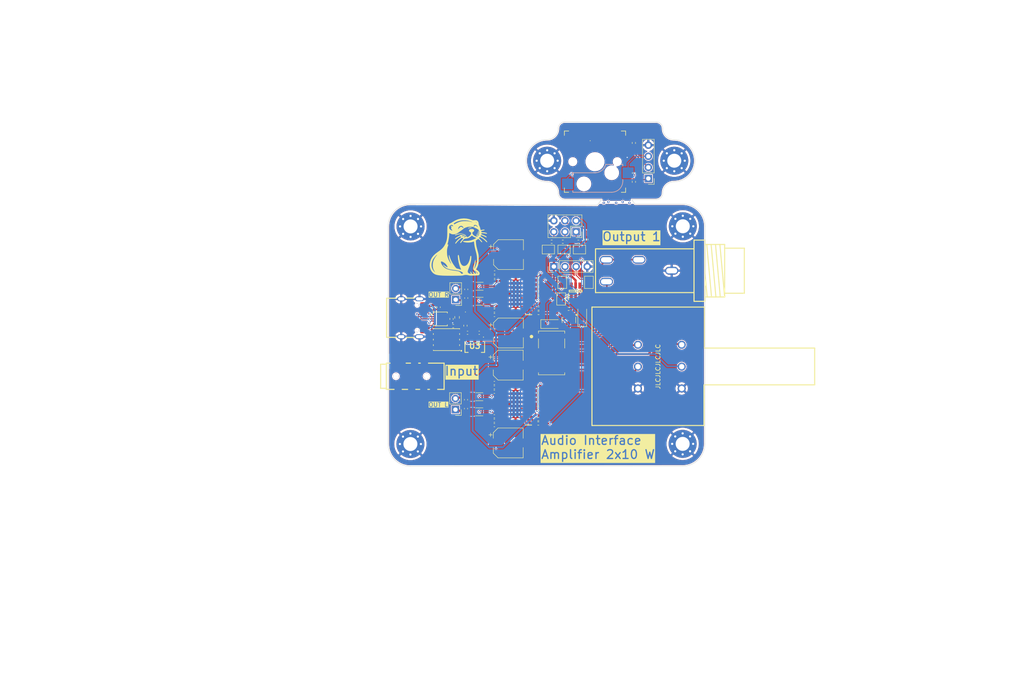
<source format=kicad_pcb>
(kicad_pcb (version 20240108) (generator "pcbnew") (generator_version "8.0")
  (title_block (title "PCB Document") (date "2024-04-13") (rev "1.1") (company "${COMPANY}"))
  (layers (0 "F.Cu" signal "L1 (Sig, PWR)") (31 "B.Cu" signal "L2 (Sig, PWR)") (34 "B.Paste" user) (35 "F.Paste" user) (36 "B.SilkS" user "B.Silkscreen") (37 "F.SilkS" user "F.Silkscreen") (38 "B.Mask" user) (39 "F.Mask" user) (44 "Edge.Cuts" user))
  (property "BOARD_NAME" "Audio Interface")
  (property "COMPANY" "")
  (property "DESIGNER" "LE NINIVEN Thomas")
  (property "PROJECT_NAME" "Audio Interface")
  (property "RELEASE_DATE" "")
  (property "REVIEWER" "")
  (property "REVISION" "1")
  (property "VARIANT" "Draft")
  (net 0 "")
  (net 1 "GND")
  (net 2 "Net-(D1-A)")
  (net 3 "+5V")
  (net 4 "Net-(D2-A)")
  (net 5 "Net-(D3-A)")
  (net 6 "Net-(J3-Pad2)")
  (net 7 "Net-(J3-Pad3)")
  (net 8 "Net-(J4-Pad5)")
  (net 9 "Net-(J4-Pad3)")
  (net 10 "Net-(J8-Pin_3)")
  (net 11 "Net-(JP1-B)")
  (net 12 "/Project Architecture/Output Selector/MISO")
  (net 13 "Net-(D4-A)")
  (net 14 "GND1")
  (net 15 "/Project Architecture/Output Selector/SCK")
  (net 16 "Net-(JP4-A)")
  (net 17 "Net-(JP5-A)")
  (net 18 "Net-(JP6-A)")
  (net 19 "/Project Architecture/Output Selector/SS")
  (net 20 "/Project Architecture/Amplifier/~{AmpSD}")
  (net 21 "/Project Architecture/Amplifier/From_Selector_L")
  (net 22 "VCC")
  (net 23 "Net-(J1-VBUS)")
  (net 24 "Net-(Q1-G)")
  (net 25 "Net-(Q2-B)")
  (net 26 "Net-(R6-Pad2)")
  (net 27 "/Project Architecture/Amplifier/From_Selector_R")
  (net 28 "Net-(C20-Pad1)")
  (net 29 "Net-(C8-Pad1)")
  (net 30 "Net-(U4-OUTP_1)")
  (net 31 "Net-(U4-BSP_1)")
  (net 32 "Net-(U4-GVDD)")
  (net 33 "Net-(U4-FAULT)")
  (net 34 "Net-(U4-AVCC_2)")
  (net 35 "Net-(U4-BSN_1)")
  (net 36 "Net-(U4-INN)")
  (net 37 "Net-(U4-AVCC_1)")
  (net 38 "Net-(U4-OUTN_1)")
  (net 39 "Net-(U4-INP)")
  (net 40 "Net-(U5-BSP_1)")
  (net 41 "Net-(U5-BSN_1)")
  (net 42 "Net-(U5-FAULT)")
  (net 43 "Net-(U5-AVCC_2)")
  (net 44 "Net-(U5-OUTN_1)")
  (net 45 "Net-(U5-OUTP_1)")
  (net 46 "Net-(U5-INN)")
  (net 47 "Net-(U5-GVDD)")
  (net 48 "Net-(U5-INP)")
  (net 49 "Net-(U5-AVCC_1)")
  (net 50 "Net-(U1-VIN)")
  (net 51 "Net-(J5-Pin_1)")
  (net 52 "Net-(J5-Pin_2)")
  (net 53 "Net-(J6-Pin_1)")
  (net 54 "Net-(J6-Pin_2)")
  (net 55 "Net-(U1-D-)")
  (net 56 "Net-(J1-CC1)")
  (net 59 "Net-(U1-D+)")
  (net 60 "Net-(J1-CC2)")
  (net 61 "Net-(J2-SCK)")
  (net 62 "Net-(J2-MOSI)")
  (net 63 "Net-(J2-MISO)")
  (net 64 "Net-(J2-~{RST})")
  (net 65 "Net-(U1-GATE)")
  (net 66 "Net-(U1-ISET)")
  (net 70 "Net-(J7-Pin_2)")
  (net 71 "Net-(J7-Pin_3)")
  (net 72 "Net-(J8-Pin_2)")
  (net 73 "+5C")
  (footprint "Capacitor_SMD:C_0402_1005Metric" (layer "F.Cu") (at 137.727 95.123 180)
    (property "Reference" "C22" (hide yes))
    (property "Value" "1µ" (hide yes))
  )
  (footprint "0__:RELAY_IM03DGR" (layer "F.Cu") (at 140.716 108.712 -90)
    (property "Reference" "K1" (hide yes))
    (property "Value" "IM03DGR" (hide yes))
  )
  (footprint "Capacitor_SMD:CP_Elec_6.3x7.7" (layer "F.Cu") (at 130.869 86.233)
    (property "Reference" "C29" (hide yes))
    (property "Value" "100µ" (hide yes))
  )
  (footprint "Capacitor_SMD:CP_Elec_6.3x7.7" (layer "F.Cu") (at 130.852 104.149798)
    (property "Reference" "C26" (hide yes))
    (property "Value" "100µ" (hide yes))
  )
  (footprint "Resistor_SMD:R_0402_1005Metric" (layer "F.Cu") (at 137.727 98.552 180)
    (property "Reference" "R20" (hide yes))
    (property "Value" "100k" (hide yes))
  )
  (footprint "Capacitor_SMD:C_0402_1005Metric" (layer "F.Cu") (at 121.158 119.408 -90)
    (property "Reference" "C19" (hide yes))
    (property "Value" "1n" (hide yes))
  )
  (footprint "0__:Kailh_socket_MX" (layer "F.Cu") (at 150.631 64.986 180)
    (property "Reference" "S1" (hide yes))
    (property "Value" "PG151101S11" (hide yes))
  )
  (footprint "Capacitor_SMD:C_0402_1005Metric" (layer "F.Cu") (at 137.64 119.38 180)
    (property "Reference" "C6" (hide yes))
    (property "Value" "1µ" (hide yes))
  )
  (footprint "Resistor_SMD:R_0402_1005Metric" (layer "F.Cu") (at 146.827 83.292)
    (property "Reference" "R9" (hide yes))
    (property "Value" "2.2k" (hide yes))
  )
  (footprint "MountingHole:MountingHole_3.2mm_M3_Pad_Via" (layer "F.Cu") (at 108.458 129.54)
    (property "Reference" "H2" (hide yes))
    (property "Value" "MountingHole_Pad" (hide yes))
  )
  (footprint "Resistor_SMD:R_0402_1005Metric" (layer "F.Cu") (at 137.67 123.825 180)
    (property "Reference" "R15" (hide yes))
    (property "Value" "100k" (hide yes))
  )
  (footprint "Package_TO_SOT_SMD:SOT-23" (layer "F.Cu") (at 144.6715 101.1705 -90)
    (property "Reference" "Q2" (hide yes))
    (property "Value" "BC817" (hide yes))
  )
  (footprint "Capacitor_SMD:C_0402_1005Metric" (layer "F.Cu") (at 121.217 94.1832 -90)
    (property "Reference" "C33" (hide yes))
    (property "Value" "1n" (hide yes))
  )
  (footprint "Resistor_SMD:R_0402_1005Metric" (layer "F.Cu") (at 137.64 116.332)
    (property "Reference" "R13" (hide yes))
    (property "Value" "100k" (hide yes))
  )
  (footprint "0__:AUDIO-TH_PJ-603" (layer "F.Cu") (at 160.698 89.916 180)
    (property "Reference" "J4" (hide yes))
    (property "Value" "PJ-603" (hide yes))
  )
  (footprint "MountingHole:MountingHole_3.2mm_M3_Pad_Via" (layer "F.Cu") (at 139.7 64.77 90)
    (property "Reference" "H5" (hide yes))
    (property "Value" "MountingHole_Pad" (hide yes))
  )
  (footprint "LED_SMD:LED_0402_1005Metric" (layer "F.Cu") (at 121.027 100.4455 -90)
    (property "Reference" "D1" (hide yes))
    (property "Value" "SML-P11UTT86R" (hide yes))
  )
  (footprint "Resistor_SMD:R_0603_1608Metric" (layer "F.Cu") (at 119.122 100.584 90)
    (property "Reference" "R2" (hide yes))
    (property "Value" "5.1k" (hide yes))
  )
  (footprint "Diode_SMD:D_SOD-123" (layer "F.Cu") (at 147.7195 100.33 90)
    (property "Reference" "D4" (hide yes))
    (property "Value" "1N4148" (hide yes))
  )
  (footprint "Capacitor_SMD:C_0402_1005Metric" (layer "F.Cu") (at 127.635 115.57)
    (property "Reference" "C12" (hide yes))
    (property "Value" "1n" (hide yes))
  )
  (footprint "0__:DFN-8_L6.0-W5.0-P1.27-LS6.2-BL" (layer "F.Cu") (at 116.586 105.664 90)
    (property "Reference" "Q1" (hide yes))
    (property "Value" "AONS21321" (hide yes))
  )
  (footprint "Resistor_SMD:R_0402_1005Metric" (layer "F.Cu") (at 137.668 124.841)
    (property "Reference" "R16" (hide yes))
    (property "Value" "1k" (hide yes))
  )
  (footprint "Capacitor_SMD:C_0402_1005Metric" (layer "F.Cu") (at 127.654 99.034596)
    (property "Reference" "C28" (hide yes))
    (property "Value" "1n" (hide yes))
  )
  (footprint "Resistor_SMD:R_0402_1005Metric" (layer "F.Cu") (at 137.727 91.059)
    (property "Reference" "R19" (hide yes))
    (property "Value" "100k" (hide yes))
  )
  (footprint "Capacitor_SMD:C_0402_1005Metric" (layer "F.Cu") (at 137.64 118.364)
    (property "Reference" "C9" (hide yes))
    (property "Value" "1µ" (hide yes))
  )
  (footprint "Resistor_SMD:R_0402_1005Metric" (layer "F.Cu") (at 137.727 96.148798)
    (property "Reference" "R18" (hide yes))
    (property "Value" "10" (hide yes))
  )
  (footprint "Capacitor_SMD:C_0402_1005Metric" (layer "F.Cu") (at 127.635 116.586)
    (property "Reference" "C11" (hide yes))
    (property "Value" "100n" (hide yes))
  )
  (footprint "Jumper:SolderJumper-2_P1.3mm_Open_TrianglePad1.0x1.5mm" (layer "F.Cu") (at 139.969 85.07)
    (property "Reference" "JP6" (hide yes))
    (property "Value" "SolderJumper_2_Open" (hide yes))
  )
  (footprint "Connector_PinHeader_2.54mm:PinHeader_1x04_P2.54mm_Vertical" (layer "F.Cu") (at 141.234 88.9585 90)
    (property "Reference" "J7" (hide yes))
    (property "Value" "ToFront" (hide yes))
  )
  (footprint "Capacitor_SMD:C_0402_1005Metric" (layer "F.Cu") (at 137.668 120.396 180)
    (property "Reference" "C7" (hide yes))
    (property "Value" "1µ" (hide yes))
  )
  (footprint "Capacitor_SMD:C_0402_1005Metric" (layer "F.Cu") (at 114.931 98.2635 -90)
    (property "Reference" "C1" (hide yes))
    (property "Value" "1µ" (hide yes))
  )
  (footprint "0__:SOT95P270X145-6N" (layer "F.Cu") (at 146.1955 94.5665 90)
    (property "Reference" "U2" (hide yes))
    (property "Value" "ATTINY9-TS8R" (hide yes))
  )
  (footprint "Resistor_SMD:R_0402_1005Metric" (layer "F.Cu") (at 159.512 60.706 90)
    (property "Reference" "R8" (hide yes))
    (property "Value" "150" (hide yes))
  )
  (footprint "Capacitor_SMD:C_0402_1005Metric" (layer "F.Cu") (at 159.512 67.592 -90)
    (property "Reference" "C2" (hide yes))
    (property "Value" "100n" (hide yes))
  )
  (footprint "Capacitor_SMD:C_0402_1005Metric" (layer "F.Cu") (at 127.654 98.044 180)
    (property "Reference" "C24" (hide yes))
    (property "Value" "100n" (hide yes))
  )
  (footprint "LED_SMD:LED_0402_1005Metric" (layer "F.Cu") (at 150.622 60.198)
    (property "Reference" "D3" (hide yes))
    (property "Value" "SML-P11MTT86RH" (hide yes))
  )
  (footprint "Resistor_SMD:R_0402_1005Metric" (layer "F.Cu") (at 137.666 121.412)
    (property "Reference" "R14" (hide yes))
    (property "Value" "10" (hide yes))
  )
  (footprint "Diode_SMD:D_SOD-123" (layer "F.Cu") (at 140.6075 102.108)
    (property "Reference" "D2" (hide yes))
    (property "Value" "1N4148" (hide yes))
  )
  (footprint "Capacitor_SMD:C_0402_1005Metric" (layer "F.Cu") (at 137.727 92.075 180)
    (property "Reference" "C20" (hide yes))
    (property "Value" "1µ" (hide yes))
  )
  (footprint "Inductor_SMD:L_1206_3216Metric" (layer "F.Cu") (at 124.206 122.174 180)
    (property "Reference" "FB1" (hide yes))
    (property "Value" "FBMJ3216HS800-TV" (hide yes))
  )
  (footprint "Capacitor_SMD:CP_Elec_6.3x7.7" (layer "F.Cu") (at 130.81 129.286)
    (property "Reference" "C10" (hide yes))
    (property "Value" "100µ" (hide yes))
  )
  (footprint "Capacitor_SMD:C_0402_1005Metric" (layer "F.Cu") (at 124.182 104.1055)
    (property "Reference" "C5" (hide yes))
    (property "Value" "100n" (hide yes))
  )
  (footprint "Connector_PinSocket_2.54mm:PinSocket_2x03_P2.54mm_Vertical" (layer "F.Cu") (at 146.304 81.026 -90)
    (property "Reference" "J2" (hide yes))
    (property "Value" "AVR-ISP-6" (hide yes))
  )
  (footprint "Capacitor_SMD:C_0402_1005Metric" (layer "F.Cu") (at 121.158 121.44 -90)
    (property "Reference" "C18" (hide yes))
    (property "Value" "1n" (hide yes))
  )
  (footprint "MountingHole:MountingHole_3.2mm_M3_Pad_Via" (layer "F.Cu") (at 168.736944 64.77 90)
    (property "Reference" "H6" (hide yes))
    (property "Value" "MountingHole_Pad" (hide yes))
  )
  (footprint "0__:SOP65P640X120-29N" (layer "F.Cu") (at 132.52 95.173798 180)
    (property "Reference" "U5" (hide yes))
    (property "Value" "TPA3111D1QPWPRQ1" (hide yes))
  )
  (footprint "Inductor_SMD:L_1206_3216Metric" (layer "F.Cu") (at 124.265 93.472)
    (property "Reference" "FB4" (hide yes))
    (property "Value" "FBMJ3216HS800-TV" (hide yes))
  )
  (footprint "Inductor_SMD:L_1206_3216Metric" (layer "F.Cu") (at 124.206 118.724)
    (property "Reference" "FB2" (hide yes))
    (property "Value" "FBMJ3216HS800-TV" (hide yes))
  )
  (footprint "MountingHole:MountingHole_3.2mm_M3_Pad_Via" (layer "F.Cu") (at 170.688 79.756002)
    (property "Reference" "H4" (hide yes))
    (property "Value" "MountingHole_Pad" (hide yes))
  )
  (footprint "Connector_PinHeader_2.54mm:PinHeader_1x02_P2.54mm_Vertical" (layer "F.Cu") (at 118.804 96.525 180)
    (property "Reference" "J6" (hide yes))
    (property "Value" "Speaker ouput R" (hide yes))
  )
  (footprint "Connector_PinHeader_2.54mm:PinHeader_1x02_P2.54mm_Vertical" (layer "F.Cu") (at 118.745 121.671 180)
    (property "Reference" "J5" (hide yes))
    (property "Value" "Speaker ouput L" (hide yes))
  )
  (footprint "Jumper:SolderJumper-2_P1.3mm_Open_TrianglePad1.0x1.5mm" (layer "F.Cu") (at 149.2435 92.5715 -90)
    (property "Reference" "JP1" (hide yes))
    (property "Value" "SolderJumper_2_Open" (hide yes))
  )
  (footprint "Jumper:SolderJumper-2_P1.3mm_Open_TrianglePad1.0x1.5mm" (layer "F.Cu") (at 143.1475 92.5715 90)
    (property "Reference" "JP3" (hide yes))
    (property "Value" "SolderJumper_2_Open" (hide yes))
  )
  (footprint "Resistor_SMD:R_0402_1005Metric" (layer "F.Cu") (at 113.915 98.2635 -90)
    (property "Reference" "R1" (hide yes))
    (property "Value" "10" (hide yes))
  )
  (footprint "Jumper:SolderJumper-2_P1.3mm_Open_TrianglePad1.0x1.5mm" (layer "F.Cu") (at 147.081 85.07 180)
    (property "Reference" "JP4" (hide yes))
    (property "Value" "SolderJumper_2_Open" (hide yes))
  )
  (footprint "Capacitor_SMD:C_0402_1005Metric" (layer "F.Cu") (at 127.635 125.222)
    (property "Reference" "C14" (hide yes))
    (property "Value" "100n" (hide yes))
  )
  (footprint "Inductor_SMD:L_1206_3216Metric" (layer "F.Cu") (at 124.265 96.901 180)
    (property "Reference" "FB3" (hide yes))
    (property "Value" "FBMJ3216HS800-TV" (hide yes))
  )
  (footprint "Capacitor_SMD:CP_Elec_6.3x7.7" (layer "F.Cu") (at 130.81 111.506)
    (property "Reference" "C13" (hide yes))
    (property "Value" "100µ" (hide yes))
  )
  (footprint "0__:SOP65P640X120-29N" (layer "F.Cu") (at 132.478 120.396 180)
    (property "Reference" "U4" (hide yes))
    (property "Value" "TPA3111D1QPWPRQ1" (hide yes))
  )
  (footprint "Capacitor_SMD:C_0402_1005Metric" (layer "F.Cu") (at 137.64 117.348 180)
    (property "Reference" "C8" (hide yes))
    (property "Value" "1µ" (hide yes))
  )
  (footprint "Capacitor_SMD:C_0402_1005Metric" (layer "F.Cu") (at 127.694 90.297)
    (property "Reference" "C31" (hide yes))
    (property "Value" "1n" (hide yes))
  )
  (footprint "Jumper:SolderJumper-2_P1.3mm_Open_TrianglePad1.0x1.5mm" (layer "F.Cu") (at 142.8935 96.3815 -90)
    (property "Reference" "JP2" (hide yes))
    (property "Value" "SolderJumper_2_Open" (hide yes))
  )
  (footprint "Resistor_SMD:R_0402_1005Metric" (layer "F.Cu") (at 148.642 82.786 -90)
    (property "Reference" "R10" (hide yes))
    (property "Value" "2.2k" (hide yes))
  )
  (footprint "Resistor_SMD:R_0402_1005Metric" (layer "F.Cu") (at 121.027 102.4775 90)
    (property "Reference" "R5" (hide yes))
    (property "Value" "18k" (hide yes))
  )
  (footprint "Resistor_SMD:R_0402_1005Metric" (layer "F.Cu") (at 144.6055 98.6305)
    (property "Reference" "R7" (hide yes))
    (property "Value" "330" (hide yes))
  )
  (footprint "Capacitor_SMD:C_0402_1005Metric" (layer "F.Cu") (at 127.635 117.602 180)
    (property "Reference" "C16" (hide yes))
    (property "Value" "100n" (hide yes))
  )
  (footprint "Resistor_SMD:R_0402_1005Metric" (layer "F.Cu") (at 118.233 102.5815)
    (property "Reference" "R3" (hide yes))
    (property "Value" "49.9k" (hide yes))
  )
  (footprint "Connector_PinHeader_2.54mm:PinHeader_1x04_P2.54mm_Vertical" (layer "F.Cu") (at 162.814 68.834 180)
    (property "Reference" "J8" (hide yes))
    (property "Value" "FromMotherboard" (hide yes))
  )
  (footprint "Capacitor_SMD:C_0402_1005Metric" (layer "F.Cu") (at 121.217 96.1644 -90)
    (property "Reference" "C32" (hide yes))
    (property "Value" "1n" (hide yes))
  )
  (footprint "Capacitor_SMD:C_0402_1005Metric" (layer "F.Cu") (at 127.654 100.050596)
    (property "Reference" "C27" (hide yes))
    (property "Value" "100n" (hide yes))
  )
  (footprint "Capacitor_SMD:C_0402_1005Metric" (layer "F.Cu") (at 121.507 104.1055 180)
    (property "Reference" "C4" (hide yes))
    (property "Value" "330n" (hide yes))
  )
  (footprint "0__:AUDIO-TH_PJ-393-8A" (layer "F.Cu") (at 109.256 114.046 90)
    (property "Reference" "J3" (hide yes))
    (property "Value" "PJ-393-8P" (hide yes))
  )
  (footprint "MountingHole:MountingHole_3.2mm_M3_Pad_Via" (layer "F.Cu") (at 170.651896 129.503896)
    (property "Reference" "H3" (hide yes))
    (property "Value" "MountingHole_Pad" (hide yes))
  )
  (footprint "Capacitor_SMD:C_0402_1005Metric" (layer "F.Cu") (at 127.635 123.19 180)
    (property "Reference" "C17" (hide yes))
    (property "Value" "100n" (hide yes))
  )
  (footprint "Jumper:SolderJumper-2_P1.3mm_Open_TrianglePad1.0x1.5mm" (layer "F.Cu") (at 143.562 85.07)
    (property "Reference" "JP5" (hide yes))
    (property "Value" "SolderJumper_2_Open" (hide yes))
  )
  (footprint "Capacitor_SMD:C_0402_1005Metric" (layer "F.Cu") (at 127.694 92.329 180)
    (property "Reference" "C25" (hide yes))
    (property "Value" "100n" (hide yes))
  )
  (footprint "Resistor_SMD:R_0402_1005Metric" (layer "F.Cu") (at 137.727 99.568)
    (property "Reference" "R17" (hide yes))
    (property "Value" "1k" (hide yes))
  )
  (footprint "Capacitor_SMD:C_0402_1005Metric" (layer "F.Cu") (at 127.635 124.206)
    (property "Reference" "C15" (hide yes))
    (property "Value" "1n" (hide yes))
  )
  (footprint "Resistor_SMD:R_0402_1005Metric" (layer "F.Cu") (at 143.271 83.292 180)
    (property "Reference" "R11" (hide yes))
    (property "Value" "2.2k" (hide yes))
  )
  (footprint "LOGO" (layer "F.Cu") (at 119.38 84.582)
    (property "Reference" "G***" (hide yes))
    (property "Value" "LOGO" (hide yes))
  )
  (footprint "Capacitor_SMD:C_0402_1005Metric" (layer "F.Cu") (at 137.727 93.091)
    (property "Reference" "C21" (hide yes))
    (property "Value" "1µ" (hide yes))
  )
  (footprint "MountingHole:MountingHole_3.2mm_M3_Pad_Via" (layer "F.Cu") (at 108.494104 79.792106)
    (property "Reference" "H1" (hide yes))
    (property "Value" "MountingHole_Pad" (hide yes))
  )
  (footprint "0__:DFN-10_L3.0-W3.0-P0.50-BL-EP2.5" (layer "F.Cu") (at 115.312 100.9305 -90)
    (property "Reference" "U1" (hide yes))
    (property "Value" "HUSB238_002DD" (hide yes))
  )
  (footprint "Resistor_SMD:R_0402_1005Metric" (layer "F.Cu") (at 159.512 69.594 -90)
    (property "Reference" "R6" (hide yes))
    (property "Value" "470k" (hide yes))
  )
  (footprint "Capacitor_SMD:C_0402_1005Metric" (layer "F.Cu") (at 137.727 94.107 180)
    (property "Reference" "C23" (hide yes))
    (property "Value" "1µ" (hide yes))
  )
  (footprint "Resistor_SMD:R_0402_1005Metric" (layer "F.Cu") (at 117.852 100.9405 -90)
    (property "Reference" "R4" (hide yes))
    (property "Value" "4.53k" (hide yes))
  )
  (footprint "0__:RES-ADJ-TH_RK27112A0A16" (layer "F.Cu") (at 165.434 111.84)
    (property "Reference" "Pt1" (hide yes))
    (property "Value" "RK27112A0A16" (hide yes))
  )
  (footprint "0__:TYPE-C-SMD_20009-UCAF001-X" (layer "F.Cu") (at 108.9275 100.6765 -90)
    (property "Reference" "J1" (hide yes))
    (property "Value" "TYPE-C 16PIN L8.35" (hide yes))
  )
  (footprint "Resistor_SMD:R_0402_1005Metric" (layer "F.Cu") (at 140.731 83.292 180)
    (property "Reference" "R12" (hide yes))
    (property "Value" "2.2k" (hide yes))
  )
  (footprint "0__:L78L05ABUTR" (layer "F.Cu") (at 123.162 107.3735 180)
    (property "Reference" "U3")
    (property "Value" "L78L05ABUTR" (hide yes))
  )
  (footprint "Capacitor_SMD:C_0402_1005Metric" (layer "F.Cu") (at 127.694 91.313)
    (property "Reference" "C30" (hide yes))
    (property "Value" "100n" (hide yes))
  )
  (gr_line (start 152.146 73.66) (end 151.13 74.93) (stroke (width 0.1)) (layer "Edge.Cuts"))
  (gr_arc (start 168.656 59.962051) (mid 173.463949 64.77) (end 168.656 69.577949) (stroke (width 0.1)) (layer "Edge.Cuts"))
  (gr_line (start 159.766 74.676) (end 170.688 74.676) (stroke (width 0.1)) (layer "Edge.Cuts"))
  (gr_line (start 175.768 79.756) (end 175.731898 129.503898) (stroke (width 0.1)) (layer "Edge.Cuts"))
  (gr_arc (start 168.656 59.962051) (mid 166.847185 59.212815) (end 166.097949 57.404) (stroke (width 0.1)) (layer "Edge.Cuts"))
  (gr_arc (start 143.745949 73.66) (mid 142.668318 73.213631) (end 142.221949 72.136) (stroke (width 0.1)) (layer "Edge.Cuts"))
  (gr_line (start 143.764 55.88) (end 164.592 55.898051) (stroke (width 0.1)) (layer "Edge.Cuts"))
  (gr_line (start 159.004 73.66) (end 159.766 74.676) (stroke (width 0.1)) (layer "Edge.Cuts"))
  (gr_line (start 143.745949 73.66) (end 152.146 73.66) (stroke (width 0.1)) (layer "Edge.Cuts"))
  (gr_arc (start 139.7 69.596) (mid 134.874 64.77) (end 139.7 59.944) (stroke (width 0.1)) (layer "Edge.Cuts"))
  (gr_arc (start 142.24 57.404) (mid 141.496051 59.200051) (end 139.7 59.944) (stroke (width 0.1)) (layer "Edge.Cuts"))
  (gr_line (start 170.651898 134.583898) (end 108.458 134.62) (stroke (width 0.1)) (layer "Edge.Cuts"))
  (gr_arc (start 139.7 69.596064) (mid 141.484371 70.346342) (end 142.221949 72.136) (stroke (width 0.1)) (layer "Edge.Cuts"))
  (gr_line (start 108.458 74.712104) (end 151.13 74.93) (stroke (width 0.1)) (layer "Edge.Cuts"))
  (gr_arc (start 103.378 79.792104) (mid 104.865898 76.200002) (end 108.458 74.712104) (stroke (width 0.1)) (layer "Edge.Cuts"))
  (gr_line (start 103.378 129.54) (end 103.378 79.792104) (stroke (width 0.1)) (layer "Edge.Cuts"))
  (gr_arc (start 164.592 55.898051) (mid 165.656867 56.339133) (end 166.097949 57.404) (stroke (width 0.1)) (layer "Edge.Cuts"))
  (gr_arc (start 175.731898 129.503898) (mid 174.244 133.096) (end 170.651898 134.583898) (stroke (width 0.1)) (layer "Edge.Cuts"))
  (gr_arc (start 108.458 134.62) (mid 104.865898 133.132102) (end 103.378 129.54) (stroke (width 0.1)) (layer "Edge.Cuts"))
  (gr_arc (start 142.24 57.404) (mid 142.686369 56.326369) (end 143.764 55.88) (stroke (width 0.1)) (layer "Edge.Cuts"))
  (gr_arc (start 166.097949 72.136) (mid 166.847185 70.327185) (end 168.656 69.577949) (stroke (width 0.1)) (layer "Edge.Cuts"))
  (gr_arc (start 170.688 74.676) (mid 174.280102 76.163898) (end 175.768 79.756) (stroke (width 0.1)) (layer "Edge.Cuts"))
  (gr_line (start 164.573949 73.66) (end 159.004 73.66) (stroke (width 0.1)) (layer "Edge.Cuts"))
  (gr_arc (start 166.097949 72.136) (mid 165.65158 73.213631) (end 164.573949 73.66) (stroke (width 0.1)) (layer "Edge.Cuts"))
  (gr_text "JLCJLCJLCJLC" (at 165.608 117.094 90) (layer "F.SilkS") (effects (font (size 1 1)) (justify left bottom)))
  (gr_text "Input" (at 116.156 114.046 0) (layer "F.SilkS" knockout) (effects (font (size 2 2) (thickness 0.3)) (justify left bottom)))
  (gr_text "OUT R" (at 112.522 96.012 0) (layer "F.SilkS" knockout) (effects (font (size 1 1)) (justify left bottom)))
  (gr_text "Audio Interface\nAmplifier 2x10 W" (at 138.176 133.096 0) (layer "F.SilkS" knockout) (effects (font (size 2 2) (thickness 0.3)) (justify left bottom)))
  (gr_text "OUT L" (at 112.522 121.158 0) (layer "F.SilkS" knockout) (effects (font (size 1 1)) (justify left bottom)))
  (gr_text "Output 1" (at 152.146 83.312 0) (layer "F.SilkS" knockout) (effects (font (size 2 2) (thickness 0.3)) (justify left bottom)))
  (via (at 158.496 74.422) (size 0.55) (drill 0.25) (layers "F.Cu" "B.Cu") (net 0))
  (via (at 155.448 74.422) (size 0.55) (drill 0.25) (layers "F.Cu" "B.Cu") (net 0))
  (via (at 152.654 74.422) (size 0.55) (drill 0.25) (layers "F.Cu" "B.Cu") (net 0))
  (via (at 156.972 74.168) (size 0.55) (drill 0.25) (layers "F.Cu" "B.Cu") (net 0))
  (via (at 153.67 74.168) (size 0.55) (drill 0.25) (layers "F.Cu" "B.Cu") (net 0))
  (segment (start 115.824 98.366501) (end 115.240999 97.7835) (width 0.25) (layer "F.Cu") (net 1))
  (segment (start 133.388202 123.321) (end 133.308 123.240798) (width 0.25) (layer "F.Cu") (net 1))
  (segment (start 115.312 99.826) (end 115.824 99.314) (width 0.25) (layer "F.Cu") (net 1))
  (segment (start 135.458 94.848798) (end 133.675 94.848798) (width 0.25) (layer "F.Cu") (net 1))
  (segment (start 117.852 101.576794) (end 118.116401 101.841195) (width 0.25) (layer "F.Cu") (net 1))
  (segment (start 115.824 99.314) (end 115.824 98.366501) (width 0.25) (layer "F.Cu") (net 1))
  (segment (start 133.334734 121.371) (end 133.308 121.344266) (width 0.25) (layer "F.Cu") (net 1))
  (segment (start 129.54 118.771) (end 130.971266 118.771) (width 0.25) (layer "F.Cu") (net 1))
  (segment (start 115.312 100.9305) (end 115.312 99.826) (width 0.25) (layer "F.Cu") (net 1))
  (segment (start 133.675 94.848798) (end 133.35 95.173798) (width 0.25) (layer "F.Cu") (net 1))
  (segment (start 133.728468 97.448798) (end 133.35 97.07033) (width 0.25) (layer "F.Cu") (net 1))
  (segment (start 129.54 122.021) (end 131.376468 122.021) (width 0.25) (layer "F.Cu") (net 1))
  (segment (start 135.416 123.321) (end 135.416 122.671) (width 0.25) (layer "F.Cu") (net 1))
  (segment (start 129.582 96.798798) (end 131.418468 96.798798) (width 0.25) (layer "F.Cu") (net 1))
  (segment (start 131.376468 122.021) (end 131.648 122.292532) (width 0.25) (layer "F.Cu") (net 1))
  (segment (start 133.931266 120.071) (end 133.308 119.447734) (width 0.25) (layer "F.Cu") (net 1))
  (segment (start 135.416 121.371) (end 133.334734 121.371) (width 0.25) (layer "F.Cu") (net 1))
  (segment (start 135.416 120.071) (end 133.931266 120.071) (width 0.25) (layer "F.Cu") (net 1))
  (segment (start 135.458 98.098798) (end 135.458 97.448798) (width 0.25) (layer "F.Cu") (net 1))
  (segment (start 135.458 96.148798) (end 133.376734 96.148798) (width 0.25) (layer "F.Cu") (net 1))
  (segment (start 130.971266 118.771) (end 131.648 119.447734) (width 0.25) (layer "F.Cu") (net 1))
  (segment (start 115.240999 97.7835) (end 114.931 97.7835) (width 0.25) (layer "F.Cu") (net 1))
  (segment (start 129.582 93.548798) (end 131.013266 93.548798) (width 0.25) (layer "F.Cu") (net 1))
  (segment (start 135.416 123.321) (end 133.388202 123.321) (width 0.25) (layer "F.Cu") (net 1))
  (segment (start 133.376734 96.148798) (end 133.35 96.122064) (width 0.25) (layer "F.Cu") (net 1))
  (segment (start 133.430202 98.098798) (end 133.35 98.018596) (width 0.25) (layer "F.Cu") (net 1))
  (segment (start 135.458 97.448798) (end 133.728468 97.448798) (width 0.25) (layer "F.Cu") (net 1))
  (segment (start 135.458 98.098798) (end 133.430202 98.098798) (width 0.25) (layer "F.Cu") (net 1))
  (segment (start 135.416 122.671) (end 133.686468 122.671) (width 0.25) (layer "F.Cu") (net 1))
  (segment (start 133.686468 122.671) (end 133.308 122.292532) (width 0.25) (layer "F.Cu") (net 1))
  (segment (start 117.852 101.4505) (end 117.852 101.576794) (width 0.25) (layer "F.Cu") (net 1))
  (segment (start 131.013266 93.548798) (end 131.69 94.225532) (width 0.25) (layer "F.Cu") (net 1))
  (segment (start 131.418468 96.798798) (end 131.69 97.07033) (width 0.25) (layer "F.Cu") (net 1))
  (via (at 118.116401 101.841195) (size 0.55) (drill 0.25) (layers "F.Cu" "B.Cu") (net 1))
  (segment (start 121.027 100.9305) (end 121.027 101.9675) (width 0.35) (layer "F.Cu") (net 2))
  (segment (start 141.234 88.9585) (end 141.234 96.002) (width 0.5) (layer "F.Cu") (net 3))
  (segment (start 146.1955 93.3165) (end 146.1955 92.1165) (width 0.5) (layer "F.Cu") (net 3))
  (segment (start 145.265 91.186) (end 144.589 91.186) (width 0.5) (layer "F.Cu") (net 3))
  (segment (start 141.234 96.002) (end 140.716 96.52) (width 0.5) (layer "F.Cu") (net 3))
  (segment (start 141.234 88.9585) (end 141.234 87.874) (width 0.5) (layer "F.Cu") (net 3))
  (segment (start 139.446 102.108) (end 139.7 101.854) (width 0.4) (layer "F.Cu") (net 3))
  (segment (start 124.662 105.6295) (end 136.9985 105.6295) (width 0.5) (layer "F.Cu") (net 3))
  (segment (start 137.716 103.3495) (end 138.9575 102.108) (width 0.4) (layer "F.Cu") (net 3))
  (segment (start 137.716 104.912) (end 137.716 103.3495) (width 0.4) (layer "F.Cu") (net 3))
  (segment (start 146.1955 92.1165) (end 145.265 91.186) (width 0.5) (layer "F.Cu") (net 3))
  (segment (start 138.9575 102.108) (end 139.446 102.108) (width 0.4) (layer "F.Cu") (net 3))
  (segment (start 124.662 104.1055) (end 124.662 105.6295) (width 0.5) (layer "F.Cu") (net 3))
  (segment (start 141.234 87.874) (end 141.986 87.122) (width 0.5) (layer "F.Cu") (net 3))
  (segment (start 136.9985 105.6295) (end 137.716 104.912) (width 0.5) (layer "F.Cu") (net 3))
  (via (at 140.716 96.52) (size 0.55) (drill 0.25) (layers "F.Cu" "B.Cu") (net 3))
  (via (at 144.589 91.186) (size 0.55) (drill 0.25) (layers "F.Cu" "B.Cu") (net 3))
  (via (at 139.7 101.854) (size 0.55) (drill 0.25) (layers "F.Cu" "B.Cu") (net 3))
  (via (at 141.986 87.122) (size 0.55) (drill 0.25) (layers "F.Cu" "B.Cu") (net 3))
  (segment (start 143.4615 91.186) (end 141.234 88.9585) (width 0.5) (layer "B.Cu") (net 3))
  (segment (start 141.986 87.122) (end 145.034 84.074) (width 0.5) (layer "B.Cu") (net 3))
  (segment (start 148.336 83.058) (end 148.336 79.248) (width 0.5) (layer "B.Cu") (net 3))
  (segment (start 144.589 91.186) (end 143.4615 91.186) (width 0.5) (layer "B.Cu") (net 3))
  (segment (start 147.32 84.074) (end 148.336 83.058) (width 0.5) (layer "B.Cu") (net 3))
  (segment (start 145.034 84.074) (end 147.32 84.074) (width 0.5) (layer "B.Cu") (net 3))
  (segment (start 147.574 78.486) (end 146.304 78.486) (width 0.5) (layer "B.Cu") (net 3))
  (segment (start 139.7 101.854) (end 139.7 97.536) (width 0.4) (layer "B.Cu") (net 3))
  (segment (start 148.336 79.248) (end 147.574 78.486) (width 0.5) (layer "B.Cu") (net 3))
  (segment (start 139.7 97.536) (end 140.716 96.52) (width 0.4) (layer "B.Cu") (net 3))
  (segment (start 144.6715 102.108) (end 144.6715 103.9565) (width 0.4) (layer "F.Cu") (net 4))
  (segment (start 144.6715 102.108) (end 142.2575 102.108) (width 0.4) (layer "F.Cu") (net 4))
  (segment (start 144.6715 103.9565) (end 143.716 104.912) (width 0.4) (layer "F.Cu") (net 4))
  (segment (start 151.107 60.198) (end 159.51 60.198) (width 0.25) (layer "F.Cu") (net 5))
  (segment (start 159.51 60.198) (end 159.512 60.196) (width 0.25) (layer "F.Cu") (net 5))
  (segment (start 111.656 110.646) (end 113.756 112.746) (width 0.2) (layer "F.Cu") (net 6))
  (segment (start 112.066 110.236) (end 137.64 110.236) (width 0.2) (layer "F.Cu") (net 6))
  (segment (start 111.656 110.646) (end 112.066 110.236) (width 0.2) (layer "F.Cu") (net 6))
  (segment (start 113.756 112.746) (end 113.756 117.446) (width 0.2) (layer "F.Cu") (net 6))
  (segment (start 137.64 110.236) (end 137.716 110.312) (width 0.2) (layer "F.Cu") (net 6))
  (segment (start 109.406 109.288) (end 109.982 108.712) (width 0.2) (layer "F.Cu") (net 7))
  (segment (start 111.506 115.57) (end 111.506 117.446) (width 0.2) (layer "F.Cu") (net 7))
  (segment (start 109.406 110.646) (end 109.406 109.288) (width 0.2) (layer "F.Cu") (net 7))
  (segment (start 130.702 109.836) (end 131.318 109.22) (width 0.2) (layer "F.Cu") (net 7))
  (segment (start 131.318 109.22) (end 139.954 109.22) (width 0.2) (layer "F.Cu") (net 7))
  (segment (start 139.954 109.22) (end 141.046 110.312) (width 0.2) (layer "F.Cu") (net 7))
  (segment (start 112.776 108.712) (end 113.9 109.836) (width 0.2) (layer "F.Cu") (net 7))
  (segment (start 141.046 110.312) (end 143.716 110.312) (width 0.2) (layer "F.Cu") (net 7))
  (segment (start 109.406 110.646) (end 109.406 113.47) (width 0.2) (layer "F.Cu") (net 7))
  (segment (start 109.982 108.712) (end 112.776 108.712) (width 0.2) (layer "F.Cu") (net 7))
  (segment (start 113.9 109.836) (end 130.702 109.836) (width 0.2) (layer "F.Cu") (net 7))
  (segment (start 109.406 113.47) (end 111.506 115.57) (width 0.2) (layer "F.Cu") (net 7))
  (segment (start 153.332 103.208) (end 153.332 92.5) (width 0.4) (layer "F.Cu") (net 8))
  (segment (start 153.332 92.5) (end 153.248 92.416) (width 0.4) (layer "F.Cu") (net 8))
  (segment (start 143.716 108.112) (end 148.428 108.112) (width 0.4) (layer "F.Cu") (net 8))
  (segment (start 148.428 108.112) (end 153.332 103.208) (width 0.4) (layer "F.Cu") (net 8))
  (segment (start 138.43 106.426) (end 137.716 107.14) (width 0.4) (layer "F.Cu") (net 9))
  (segment (start 150.876 103.886) (end 148.336 106.426) (width 0.4) (layer "F.Cu") (net 9))
  (segment (start 153.248 87.416) (end 150.876 89.788) (width 0.4) (layer "F.Cu") (net 9))
  (segment (start 150.876 89.788) (end 150.876 103.886) (width 0.4) (layer "F.Cu") (net 9))
  (segment (start 160.648 87.416) (end 160.608 87.376) (width 0.4) (layer "F.Cu") (net 9))
  (segment (start 148.336 106.426) (end 138.43 106.426) (width 0.4) (layer "F.Cu") (net 9))
  (segment (start 160.608 87.376) (end 153.288 87.376) (width 0.4) (layer "F.Cu") (net 9))
  (segment (start 153.288 87.376) (end 153.248 87.416) (width 0.4) (layer "F.Cu") (net 9))
  (segment (start 137.716 107.14) (end 137.716 108.112) (width 0.4) (layer "F.Cu") (net 9))
  (via (at 159.512 68.072) (size 0.55) (drill 0.25) (layers "F.Cu" "B.Cu") (net 10))
  (segment (start 158.191 67.526) (end 158.966 67.526) (width 0.25) (layer "B.Cu") (net 10))
  (segment (start 158.966 67.526) (end 159.512 68.072) (width 0.25) (layer "B.Cu") (net 10))
  (segment (start 159.766 63.754) (end 162.814 63.754) (width 0.25) (layer "B.Cu") (net 10))
  (segment (start 158.191 67.526) (end 158.191 65.329) (width 0.25) (layer "B.Cu") (net 10))
  (segment (start 158.191 65.329) (end 159.766 63.754) (width 0.25) (layer "B.Cu") (net 10))
  (segment (start 147.1455 93.3165) (end 149.2235 93.3165) (width 0.2) (layer "F.Cu") (net 11))
  (segment (start 149.2235 93.3165) (end 149.2435 93.2965) (width 0.2) (layer "F.Cu") (net 11))
  (segment (start 147.066 86.868) (end 147.574 87.376) (width 0.2) (layer "F.Cu") (net 12))
  (segment (start 146.356 86.158) (end 147.066 86.868) (width 0.2) (layer "F.Cu") (net 12))
  (segment (start 143.0535 95.8165) (end 142.8935 95.6565) (width 0.2) (layer "F.Cu") (net 12))
  (segment (start 146.356 85.07) (end 146.356 86.158) (width 0.2) (layer "F.Cu") (net 12))
  (segment (start 145.2455 95.8165) (end 143.0535 95.8165) (width 0.2) (layer "F.Cu") (net 12))
  (via (at 144.272 95.758) (size 0.55) (drill 0.25) (layers "F.Cu" "B.Cu") (net 12))
  (via (at 147.574 87.376) (size 0.55) (drill 0.25) (layers "F.Cu" "B.Cu") (net 12))
  (segment (start 147.574 87.376) (end 147.574 94.488) (width 0.2) (layer "B.Cu") (net 12))
  (segment (start 147.574 94.488) (end 146.304 95.758) (width 0.2) (layer "B.Cu") (net 12))
  (segment (start 146.304 95.758) (end 144.272 95.758) (width 0.2) (layer "B.Cu") (net 12))
  (segment (start 142.8935 97.1065) (end 144.0955 98.3085) (width 0.2) (layer "F.Cu") (net 13))
  (segment (start 147.7195 98.68) (end 146.782 98.68) (width 0.2) (layer "F.Cu") (net 13))
  (segment (start 145.2085 97.1065) (end 142.8935 97.1065) (width 0.2) (layer "F.Cu") (net 13))
  (segment (start 144.0955 98.3085) (end 144.0955 98.6305) (width 0.2) (layer "F.Cu") (net 13))
  (segment (start 146.782 98.68) (end 145.2085 97.1065) (width 0.2) (layer "F.Cu") (net 13))
  (segment (start 159.512 65.532) (end 159.512 67.112) (width 0.25) (layer "F.Cu") (net 14))
  (segment (start 150.137 60.221) (end 152.146 62.23) (width 0.25) (layer "F.Cu") (net 14))
  (segment (start 156.21 62.23) (end 159.512 65.532) (width 0.25) (layer "F.Cu") (net 14))
  (segment (start 152.146 62.23) (end 156.21 62.23) (width 0.25) (layer "F.Cu") (net 14))
  (segment (start 150.137 60.198) (end 150.137 60.221) (width 0.25) (layer "F.Cu") (net 14))
  (via (at 157.988 64.008) (size 0.55) (drill 0.25) (layers "F.Cu" "B.Cu") (net 14))
  (segment (start 160.782 61.214) (end 157.988 64.008) (width 0.25) (layer "B.Cu") (net 14))
  (segment (start 162.814 61.214) (end 160.782 61.214) (width 0.25) (layer "B.Cu") (net 14))
  (segment (start 144.287 85.07) (end 144.287 86.375) (width 0.2) (layer "F.Cu") (net 15))
  (segment (start 144.287 86.375) (end 144.526 86.614) (width 0.2) (layer "F.Cu") (net 15))
  (segment (start 147.1455 95.0755) (end 147.1455 95.8165) (width 0.2) (layer "F.Cu") (net 15))
  (segment (start 146.558 94.488) (end 147.1455 95.0755) (width 0.2) (layer "F.Cu") (net 15))
  (via (at 146.558 94.488) (size 0.55) (drill 0.25) (layers "F.Cu" "B.Cu") (net 15))
  (via (at 144.526 86.614) (size 0.55) (drill 0.25) (layers "F.Cu" "B.Cu") (net 15))
  (segment (start 145.164 93.094) (end 145.164 87.252) (width 0.2) (layer "B.Cu") (net 15))
  (segment (start 146.558 94.488) (end 145.164 93.094) (width 0.2) (layer "B.Cu") (net 15))
  (segment (start 145.164 87.252) (end 144.526 86.614) (width 0.2) (layer "B.Cu") (net 15))
  (segment (start 147.337 83.292) (end 147.337 84.601) (width 0.2) (layer "F.Cu") (net 16))
  (segment (start 148.638 83.292) (end 148.642 83.296) (width 0.2) (layer "F.Cu") (net 16))
  (segment (start 147.337 83.292) (end 148.638 83.292) (width 0.2) (layer "F.Cu") (net 16))
  (segment (start 147.337 84.601) (end 147.806 85.07) (width 0.2) (layer "F.Cu") (net 16))
  (segment (start 142.761 84.994) (end 142.837 85.07) (width 0.2) (layer "F.Cu") (net 17))
  (segment (start 142.761 83.292) (end 142.761 84.994) (width 0.2) (layer "F.Cu") (net 17))
  (segment (start 139.244 83.768) (end 139.244 85.07) (width 0.2) (layer "F.Cu") (net 18))
  (segment (start 140.221 83.292) (end 139.72 83.292) (width 0.2) (layer "F.Cu") (net 18))
  (segment (start 139.72 83.292) (end 139.244 83.768) (width 0.2) (layer "F.Cu") (net 18))
  (segment (start 143.002 93.442) (end 143.1475 93.2965) (width 0.2) (layer "F.Cu") (net 19))
  (segment (start 143.1675 93.3165) (end 143.1475 93.2965) (width 0.2) (layer "F.Cu") (net 19))
  (segment (start 145.2455 93.3165) (end 143.1675 93.3165) (width 0.2) (layer "F.Cu") (net 19))
  (segment (start 140.694 85.07) (end 140.694 86.128) (width 0.2) (layer "F.Cu") (net 19))
  (segment (start 143.002 93.98) (end 143.002 93.442) (width 0.2) (layer "F.Cu") (net 19))
  (segment (start 140.694 86.128) (end 140.208 86.614) (width 0.2) (layer "F.Cu") (net 19))
  (via (at 140.208 86.614) (size 0.55) (drill 0.25) (layers "F.Cu" "B.Cu") (net 19))
  (via (at 143.002 93.98) (size 0.55) (drill 0.25) (layers "F.Cu" "B.Cu") (net 19))
  (segment (start 143.002 93.218) (end 143.002 93.98) (width 0.2) (layer "B.Cu") (net 19))
  (segment (start 139.7 89.916) (end 143.002 93.218) (width 0.2) (layer "B.Cu") (net 19))
  (segment (start 140.208 86.614) (end 139.7 87.122) (width 0.2) (layer "B.Cu") (net 19))
  (segment (start 139.7 87.122) (end 139.7 89.154) (width 0.2) (layer "B.Cu") (net 19))
  (segment (start 139.7 89.154) (end 139.7 89.916) (width 0.2) (layer "B.Cu") (net 19))
  (segment (start 141.986 99.568) (end 142.24 99.822) (width 0.4) (layer "F.Cu") (net 20))
  (segment (start 138.237 99.568) (end 141.986 99.568) (width 0.4) (layer "F.Cu") (net 20))
  (segment (start 147.7195 102.4705) (end 147.574 102.616) (width 0.4) (layer "F.Cu") (net 20))
  (segment (start 140.335 124.841) (end 138.178 124.841) (width 0.4) (layer "F.Cu") (net 20))
  (segment (start 147.7195 101.98) (end 147.7195 102.4705) (width 0.4) (layer "F.Cu") (net 20))
  (via (at 140.335 124.841) (size 0.55) (drill 0.25) (layers "F.Cu" "B.Cu") (net 20))
  (via (at 142.24 99.822) (size 0.55) (drill 0.25) (layers "F.Cu" "B.Cu") (net 20))
  (via (at 147.574 102.616) (size 0.55) (drill 0.25) (layers "F.Cu" "B.Cu") (net 20))
  (segment (start 147.574 117.602) (end 147.574 102.616) (width 0.4) (layer "B.Cu") (net 20))
  (segment (start 142.24 99.822) (end 145.034 102.616) (width 0.4) (layer "B.Cu") (net 20))
  (segment (start 145.034 102.616) (end 147.574 102.616) (width 0.4) (layer "B.Cu") (net 20))
  (segment (start 140.335 124.841) (end 147.574 117.602) (width 0.4) (layer "B.Cu") (net 20))
  (segment (start 154.432 106.934) (end 160.34 106.934) (width 0.4) (layer "F.Cu") (net 21))
  (segment (start 141.234 112.512) (end 142.24 111.506) (width 0.4) (layer "F.Cu") (net 21))
  (segment (start 142.24 111.506) (end 149.86 111.506) (width 0.4) (layer "F.Cu") (net 21))
  (segment (start 137.716 112.512) (end 141.234 112.512) (width 0.4) (layer "F.Cu") (net 21))
  (segment (start 160.34 106.934) (end 160.434 106.84) (width 0.4) (layer "F.Cu") (net 21))
  (segment (start 149.86 111.506) (end 154.432 106.934) (width 0.4) (layer "F.Cu") (net 21))
  (segment (start 129.087 123.996) (end 129.54 123.996) (width 0.5) (layer "F.Cu") (net 22))
  (segment (start 128.11 129.286) (end 128.11 125.227) (width 0.5) (layer "F.Cu") (net 22))
  (segment (start 128.930202 90.297) (end 129.582 90.948798) (width 0.5) (layer "F.Cu") (net 22))
  (segment (start 137.922 97.536) (end 137.668 97.282) (width 0.5) (layer "F.Cu") (net 22))
  (segment (start 121.662 106.176) (end 121.412 106.426) (width 0.5) (layer "F.Cu") (net 22))
  (segment (start 128.939 115.57) (end 129.54 116.171) (width 0.5) (layer "F.Cu") (net 22))
  (segment (start 135.416 122.021) (end 136.499 122.021) (width 0.2) (layer "F.Cu") (net 22))
  (segment (start 128.115 124.968) (end 129.087 123.996) (width 0.5) (layer "F.Cu") (net 22))
  (segment (start 128.134 99.822) (end 129.182202 98.773798) (width 0.5) (layer "F.Cu") (net 22))
  (segment (start 128.303202 99.398798) (end 128.134 99.568) (width 0.5) (layer "F.Cu") (net 22))
  (segment (start 128.11 130.208) (end 128.016 130.302) (width 0.5) (layer "F.Cu") (net 22))
  (segment (start 120.0985 105.034) (end 121.027 104.1055) (width 0.5) (layer "F.Cu") (net 22))
  (segment (start 121.027 104.1055) (end 121.027 104.9945) (width 0.5) (layer "F.Cu") (net 22))
  (segment (start 129.582 90.948798) (end 129.582 91.573798) (width 0.5) (layer "F.Cu") (net 22))
  (segment (start 129.582 99.398798) (end 128.303202 99.398798) (width 0.5) (layer "F.Cu") (net 22))
  (segment (start 119.376 105.034) (end 119.376 107.574) (width 0.5) (layer "F.Cu") (net 22))
  (segment (start 128.174 90.297) (end 128.174 91.313) (width 0.5) (layer "F.Cu") (net 22))
  (segment (start 138.176 121.412) (end 138.176 123.821) (width 0.5) (layer "F.Cu") (net 22))
  (segment (start 136.499 122.021) (end 137.414 122.936) (width 0.2) (layer "F.Cu") (net 22))
  (segment (start 128.152 100.068596) (end 128.134 100.050596) (width 0.5) (layer "F.Cu") (net 22))
  (segment (start 128.134 99.568) (end 128.134 100.050596) (width 0.5) (layer "F.Cu") (net 22))
  (segment (start 128.27 85.09) (end 128.27 86.132) (width 0.5) (layer "F.Cu") (net 22))
  (segment (start 128.174 90.297) (end 128.930202 90.297) (width 0.5) (layer "F.Cu") (net 22))
  (segment (start 137.610999 122.936) (end 137.414 122.936) (width 0.5) (layer "F.Cu") (net 22))
  (segment (start 128.152 104.149798) (end 128.152 100.068596) (width 0.5) (layer "F.Cu") (net 22))
  (segment (start 128.169 90.292) (end 128.174 90.297) (width 0.5) (layer "F.Cu") (net 22))
  (segment (start 135.458 96.798798) (end 136.3955 96.798798) (width 0.2) (layer "F.Cu") (net 22))
  (segment (start 138.237 97.536) (end 137.922 97.536) (width 0.5) (layer "F.Cu") (net 22))
  (segment (start 138.18 123.505001) (end 137.610999 122.936) (width 0.5) (layer "F.Cu") (net 22))
  (segment (start 136.3955 96.798798) (end 136.878702 97.282) (width 0.2) (layer "F.Cu") (net 22))
  (segment (start 128.134 99.034596) (end 128.134 99.568) (width 0.5) (layer "F.Cu") (net 22))
  (segment (start 121.662 105.6295) (end 121.662 106.176) (width 0.5) (layer "F.Cu") (net 22))
  (segment (start 119.376 105.034) (end 120.0985 105.034) (width 0.5) (layer "F.Cu") (net 22))
  (segment (start 129.54 124.621) (end 128.716 124.621) (width 0.5) (layer "F.Cu") (net 22))
  (segment (start 128.169 86.233) (end 128.169 90.292) (width 0.5) (layer "F.Cu") (net 22))
  (segment (start 128.115 115.57) (end 128.939 115.57) (width 0.5) (layer "F.Cu") (net 22))
  (segment (start 128.115 124.968) (end 128.115 125.222) (width 0.5) (layer "F.Cu") (net 22))
  (segment (start 138.176 123.821) (end 138.18 123.825) (width 0.5) (layer "F.Cu") (net 22))
  (segment (start 128.27 86.132) (end 128.169 86.233) (width 0.5) (layer "F.Cu") (net 22))
  (segment (start 138.237 97.536) (end 138.237 98.552) (width 0.5) (layer "F.Cu") (net 22))
  (segment (start 121.027 104.9945) (end 121.662 105.6295) (width 0.5) (layer "F.Cu") (net 22))
  (segment (start 138.18 123.825) (end 138.18 123.505001) (width 0.5) (layer "F.Cu") (net 22))
  (segment (start 128.11 111.506) (end 128.11 115.565) (width 0.5) (layer "F.Cu") (net 22))
  (segment (start 128.11 125.227) (end 128.115 125.222) (width 0.5) (layer "F.Cu") (net 22))
  (segment (start 136.878702 97.282) (end 137.668 97.282) (width 0.2) (layer "F.Cu") (net 22))
  (segment (start 121.027 102.9875) (end 121.027 104.1055) (width 0.5) (layer "F.Cu") (net 22))
  (segment (start 129.182202 98.773798) (end 129.582 98.773798) (width 0.5) (layer "F.Cu") (net 22))
  (segment (start 129.54 116.171) (end 129.54 116.796) (width 0.5) (layer "F.Cu") (net 22))
  (segment (start 128.716 124.621) (end 128.115 125.222) (width 0.5) (layer "F.Cu") (net 22))
  (segment (start 128.11 115.565) (end 128.115 115.57) (width 0.5) (layer "F.Cu") (net 22))
  (segment (start 128.115 124.206) (end 128.115 124.968) (width 0.5) (layer "F.Cu") (net 22))
  (segment (start 128.115 115.57) (end 128.115 116.586) (width 0.5) (layer "F.Cu") (net 22))
  (segment (start 138.237 96.148798) (end 138.237 97.536) (width 0.5) (layer "F.Cu") (net 22))
  (segment (start 128.11 129.286) (end 128.11 130.208) (width 0.5) (layer "F.Cu") (net 22))
  (segment (start 128.134 100.050596) (end 128.134 99.822) (width 0.5) (layer "F.Cu") (net 22))
  (via (at 128.27 85.09) (size 0.55) (drill 0.25) (layers "F.Cu" "B.Cu") (net 22))
  (via (at 137.414 122.936) (size 0.55) (drill 0.25) (layers "F.Cu" "B.Cu") (net 22))
  (via (at 121.412 106.426) (size 0.55) (drill 0.25) (layers "F.Cu" "B.Cu") (net 22))
  (via (at 128.11 111.506) (size 0.55) (drill 0.25) (layers "F.Cu" "B.Cu") (net 22))
  (via (at 137.668 97.282) (size 0.55) (drill 0.25) (layers "F.Cu" "B.Cu") (net 22))
  (via (at 128.016 130.302) (size 0.55) (drill 0.25) (layers "F.Cu" "B.Cu") (net 22))
  (via (at 128.152 104.149798) (size 0.55) (drill 0.25) (layers "F.Cu" "B.Cu") (net 22))
  (segment (start 136.906 122.936) (end 129.54 130.302) (width 0.5) (layer "B.Cu") (net 22))
  (segment (start 128.27 104.14) (end 128.161798 104.14) (width 0.5) (layer "B.Cu") (net 22))
  (segment (start 127 106.426) (end 128.016 107.442) (width 0.5) (layer "B.Cu") (net 22))
  (segment (start 137.668 97.282) (end 130.800202 104.149798) (width 0.5) (layer "B.Cu") (net 22))
  (segment (start 129.54 130.302) (end 128.016 130.302) (width 0.5) (layer "B.Cu") (net 22))
  (segment (start 128.016 130.302) (end 126.492 130.302) (width 0.5) (layer "B.Cu") (net 22))
  (segment (start 121.412 106.426) (end 127 106.426) (width 0.5) (layer "B.Cu") (net 22))
  (segment (start 128.161798 104.14) (end 128.152 104.149798) (width 0.5) (layer "B.Cu") (net 22))
  (segment (start 128.016 107.442) (end 128.016 111.412) (width 0.5) (layer "B.Cu") (net 22))
  (segment (start 128.016 104.394) (end 128.27 104.14) (width 0.5) (layer "B.Cu") (net 22))
  (segment (start 122.682 126.492) (end 122.682 114.554) (width 0.5) (layer "B.Cu") (net 22))
  (segment (start 123.19 97.79) (end 123.19 88.646) (width 0.5) (layer "B.Cu") (net 22))
  (segment (start 123.19 88.646) (end 126.746 85.09) (width 0.5) (layer "B.Cu") (net 22))
  (segment (start 128.152 104.149798) (end 123.19 99.187798) (width 0.5) (layer "B.Cu") (net 22))
  (segment (start 125.73 111.506) (end 128.11 111.506) (width 0.5) (layer "B.Cu") (net 22))
  (segment (start 126.492 130.302) (end 122.682 126.492) (width 0.5) (layer "B.Cu") (net 22))
  (segment (start 137.414 122.936) (end 136.906 122.936) (width 0.5) (layer "B.Cu") (net 22))
  (segment (start 123.19 99.187798) (end 123.19 97.79) (width 0.5) (layer "B.Cu") (net 22))
  (segment (start 128.016 107.442) (end 128.016 104.394) (width 0.5) (layer "B.Cu") (net 22))
  (segment (start 126.746 85.09) (end 128.27 85.09) (width 0.5) (layer "B.Cu") (net 22))
  (segment (start 122.682 114.554) (end 125.73 111.506) (width 0.5) (layer "B.Cu") (net 22))
  (segment (start 128.016 111.412) (end 128.11 111.506) (width 0.5) (layer "B.Cu") (net 22))
  (segment (start 130.800202 104.149798) (end 128.152 104.149798) (width 0.5) (layer "B.Cu") (net 22))
  (segment (start 113.1205 97.7535) (end 112.6975 98.1765) (width 0.5) (layer "F.Cu") (net 23))
  (segment (start 113.796 103.764) (end 113.0585 103.0265) (width 0.5) (layer "F.Cu") (net 23))
  (segment (start 112.6975 98.1765) (end 111.4975 98.1765) (width 0.5) (layer "F.Cu") (net 23))
  (segment (start 113.915 97.7535) (end 113.1205 97.7535) (width 0.5) (layer "F.Cu") (net 23))
  (segment (start 117.723 102.5815) (end 117.723 103.837) (width 0.35) (layer "F.Cu") (net 23))
  (segment (start 117.723 103.837) (end 115.896 105.664) (width 0.35) (layer "F.Cu") (net 23))
  (segment (start 113.0585 103.0265) (end 111.5475 103.0265) (width 0.5) (layer "F.Cu") (net 23))
  (via (at 113.1205 97.7535) (size 0.55) (drill 0.25) (layers "F.Cu" "B.Cu") (net 23))
  (via (at 113.03 103.124) (size 0.55) (drill 0.25) (layers "F.Cu" "B.Cu") (net 23))
  (segment (start 114.046 98.679) (end 114.046 102.108) (width 0.5) (layer "B.Cu") (net 23))
  (segment (start 114.046 102.108) (end 113.03 103.124) (width 0.5) (layer "B.Cu") (net 23))
  (segment (start 113.1205 97.7535) (end 114.046 98.679) (width 0.5) (layer "B.Cu") (net 23))
  (segment (start 119.122 102.2025) (end 118.743 102.5815) (width 0.35) (layer "F.Cu") (net 24))
  (segment (start 119.122 101.409) (end 119.122 102.2025) (width 0.35) (layer "F.Cu") (net 24))
  (segment (start 119.376 103.2145) (end 118.743 102.5815) (width 0.35) (layer "F.Cu") (net 24))
  (segment (start 119.376 103.764) (end 119.376 103.2145) (width 0.35) (layer "F.Cu") (net 24))
  (segment (start 145.1155 98.6305) (end 145.1155 99.727) (width 0.2) (layer "F.Cu") (net 25))
  (segment (start 145.1155 99.727) (end 145.6215 100.233) (width 0.2) (layer "F.Cu") (net 25))
  (segment (start 159.512 70.104) (end 152.654 70.104) (width 0.25) (layer "F.Cu") (net 26))
  (segment (start 145.542 67.564) (end 145.288 67.818) (width 0.25) (layer "F.Cu") (net 26))
  (segment (start 150.114 67.564) (end 146.812 67.564) (width 0.25) (layer "F.Cu") (net 26))
  (segment (start 152.654 70.104) (end 151.13 68.58) (width 0.25) (layer "F.Cu") (net 26))
  (segment (start 151.13 68.58) (end 150.114 67.564) (width 0.25) (layer "F.Cu") (net 26))
  (segment (start 146.812 67.564) (end 145.542 67.564) (width 0.25) (layer "F.Cu") (net 26))
  (via (at 145.288 67.818) (size 0.55) (drill 0.25) (layers "F.Cu" "B.Cu") (net 26))
  (segment (start 144.341 68.765) (end 144.341 70.066) (width 0.25) (layer "B.Cu") (net 26))
  (segment (start 145.288 67.818) (end 144.341 68.765) (width 0.25) (layer "B.Cu") (net 26))
  (segment (start 165.1 106.68) (end 170.274 106.68) (width 0.4) (layer "F.Cu") (net 27))
  (segment (start 153.67 108.966) (end 162.814 108.966) (width 0.4) (layer "F.Cu") (net 27))
  (segment (start 150.124 112.512) (end 153.67 108.966) (width 0.4) (layer "F.Cu") (net 27))
  (segment (start 162.814 108.966) (end 165.1 106.68) (width 0.4) (layer "F.Cu") (net 27))
  (segment (start 143.716 112.512) (end 150.124 112.512) (width 0.4) (layer "F.Cu") (net 27))
  (segment (start 170.274 106.68) (end 170.434 106.84) (width 0.4) (layer "F.Cu") (net 27))
  (segment (start 139.065 92.075) (end 139.192 92.202) (width 0.2) (layer "F.Cu") (net 28))
  (segment (start 138.207 92.075) (end 139.065 92.075) (width 0.2) (layer "F.Cu") (net 28))
  (via (at 139.192 92.202) (size 0.55) (drill 0.25) (layers "F.Cu" "B.Cu") (net 28))
  (segment (start 139.192 92.202) (end 155.956 108.966) (width 0.4) (layer "B.Cu") (net 28))
  (segment (start 155.956 108.966) (end 164.338 108.966) (width 0.4) (layer "B.Cu") (net 28))
  (segment (start 164.338 108.966) (end 167.132 111.76) (width 0.4) (layer "B.Cu") (net 28))
  (segment (start 170.354 111.76) (end 170.434 111.84) (width 0.4) (layer "B.Cu") (net 28))
  (segment (start 167.132 111.76) (end 170.354 111.76) (width 0.4) (layer "B.Cu") (net 28))
  (segment (start 160.434 112.108) (end 155.194 117.348) (width 0.4) (layer "F.Cu") (net 29))
  (segment (start 160.434 111.84) (end 160.434 112.108) (width 0.4) (layer "F.Cu") (net 29))
  (segment (start 155.194 117.348) (end 138.12 117.348) (width 0.4) (layer "F.Cu") (net 29))
  (segment (start 126.033 118.724) (end 127.155 117.602) (width 0.4) (layer "F.Cu") (net 30))
  (segment (start 128.016 119.421) (end 126.478 119.421) (width 0.4) (layer "F.Cu") (net 30))
  (segment (start 126.478 119.421) (end 125.781 118.724) (width 0.4) (layer "F.Cu") (net 30))
  (segment (start 128.56749 118.121) (end 128.016 118.67249) (width 0.25) (layer "F.Cu") (net 30))
  (segment (start 129.54 118.121) (end 128.56749 118.121) (width 0.25) (layer "F.Cu") (net 30))
  (segment (start 128.016 118.67249) (end 128.016 119.421) (width 0.25) (layer "F.Cu") (net 30))
  (segment (start 125.781 118.724) (end 126.033 118.724) (width 0.4) (layer "F.Cu") (net 30))
  (segment (start 129.54 119.421) (end 128.016 119.421) (width 0.4) (layer "F.Cu") (net 30))
  (segment (start 127.046798 118.664798) (end 127.052202 118.664798) (width 0.2) (layer "F.Cu") (net 31))
  (segment (start 127.052202 118.664798) (end 128.115 117.602) (width 0.2) (layer "F.Cu") (net 31))
  (segment (start 129.54 117.471) (end 128.246 117.471) (width 0.4) (layer "F.Cu") (net 31))
  (segment (start 125.368256 120.071) (end 124.206 118.908744) (width 0.2) (layer "F.Cu") (net 31))
  (segment (start 129.54 120.071) (end 125.368256 120.071) (width 0.2) (layer "F.Cu") (net 31))
  (segment (start 124.206 118.908744) (end 124.206 118.618) (width 0.2) (layer "F.Cu") (net 31))
  (segment (start 128.246 117.471) (end 128.115 117.602) (width 0.4) (layer "F.Cu") (net 31))
  (via (at 124.206 118.618) (size 0.55) (drill 0.25) (layers "F.Cu" "B.Cu") (net 31))
  (via (at 127.046798 118.664798) (size 0.55) (drill 0.25) (layers "F.Cu" "B.Cu") (net 31))
  (segment (start 127 118.618) (end 127.046798 118.664798) (width 0.2) (layer "B.Cu") (net 31))
  (segment (start 124.206 118.618) (end 127 118.618) (width 0.2) (layer "B.Cu") (net 31))
  (segment (start 135.416 118.771) (end 135.416 119.421) (width 0.2) (layer "F.Cu") (net 32))
  (segment (start 135.416 119.421) (end 137.119 119.421) (width 0.2) (layer "F.Cu") (net 32))
  (segment (start 137.119 119.421) (end 137.16 119.38) (width 0.2) (layer "F.Cu") (net 32))
  (segment (start 136.364 124.621) (end 135.416 124.621) (width 0.4) (layer "F.Cu") (net 33))
  (segment (start 137.16 124.839) (end 137.158 124.841) (width 0.4) (layer "F.Cu") (net 33))
  (segment (start 135.416 123.971) (end 135.416 124.621) (width 0.4) (layer "F.Cu") (net 33))
  (segment (start 137.16 123.825) (end 137.16 124.839) (width 0.4) (layer "F.Cu") (net 33))
  (segment (start 135.416 123.971) (end 136.288 123.971) (width 0.4) (layer "F.Cu") (net 33))
  (segment (start 136.288 123.971) (end 137.158 124.841) (width 0.4) (layer "F.Cu") (net 33))
  (segment (start 137.16 123.825) (end 136.364 124.621) (width 0.4) (layer "F.Cu") (net 33))
  (segment (start 136.969 116.171) (end 137.13 116.332) (width 0.2) (layer "F.Cu") (net 34))
  (segment (start 135.416 116.171) (end 136.969 116.171) (width 0.2) (layer "F.Cu") (net 34))
  (segment (start 128.246 123.321) (end 128.115 123.19) (width 0.2) (layer "F.Cu") (net 35))
  (segment (start 129.54 120.721) (end 125.474256 120.721) (width 0.2) (layer "F.Cu") (net 35))
  (segment (start 128.115 123.19) (end 127.099 122.174) (width 0.2) (layer "F.Cu") (net 35))
  (segment (start 127.099 122.174) (end 127 122.174) (width 0.2) (layer "F.Cu") (net 35))
  (segment (start 129.54 123.321) (end 128.246 123.321) (width 0.2) (layer "F.Cu") (net 35))
  (segment (start 125.474256 120.721) (end 124.206 121.989256) (width 0.2) (layer "F.Cu") (net 35))
  (segment (start 124.206 121.989256) (end 124.206 122.174) (width 0.2) (layer "F.Cu") (net 35))
  (via (at 124.206 122.174) (size 0.55) (drill 0.25) (layers "F.Cu" "B.Cu") (net 35))
  (via (at 127 122.174) (size 0.55) (drill 0.25) (layers "F.Cu" "B.Cu") (net 35))
  (segment (start 127 122.174) (end 124.206 122.174) (width 0.2) (layer "B.Cu") (net 35))
  (segment (start 136.917 118.121) (end 137.16 118.364) (width 0.2) (layer "F.Cu") (net 36))
  (segment (start 135.416 118.121) (end 136.917 118.121) (width 0.2) (layer "F.Cu") (net 36))
  (segment (start 137.156 121.412) (end 137.156 121.662) (width 0.2) (layer "F.Cu") (net 37))
  (segment (start 137.156 121.662) (end 137.414 121.92) (width 0.2) (layer "F.Cu") (net 37))
  (segment (start 137.156 120.428) (end 137.188 120.396) (width 0.2) (layer "F.Cu") (net 37))
  (segment (start 135.416 120.721) (end 136.863 120.721) (width 0.2) (layer "F.Cu") (net 37))
  (segment (start 137.156 121.412) (end 137.156 120.428) (width 0.2) (layer "F.Cu") (net 37))
  (segment (start 138.15 115.85) (end 138.176 115.824) (width 0.2) (layer "F.Cu") (net 37))
  (segment (start 138.15 116.332) (end 138.15 115.85) (width 0.2) (layer "F.Cu") (net 37))
  (segment (start 136.863 120.721) (end 137.188 120.396) (width 0.2) (layer "F.Cu") (net 37))
  (via (at 138.176 115.824) (size 0.55) (drill 0.25) (layers "F.Cu" "B.Cu") (net 37))
  (via (at 137.414 121.92) (size 0.55) (drill 0.25) (layers "F.Cu" "B.Cu") (net 37))
  (segment (start 137.414 121.92) (end 137.414 116.586) (width 0.2) (layer "B.Cu") (net 37))
  (segment (start 137.414 116.586) (end 138.176 115.824) (width 0.2) (layer "B.Cu") (net 37))
  (segment (start 127.155 123.19) (end 126.797 123.19) (width 0.4) (layer "F.Cu") (net 38))
  (segment (start 129.54 122.671) (end 128.56749 122.671) (width 0.25) (layer "F.Cu") (net 38))
  (segment (start 126.797 123.19) (end 125.781 122.174) (width 0.4) (layer "F.Cu") (net 38))
  (segment (start 126.584 121.371) (end 125.781 122.174) (width 0.4) (layer "F.Cu") (net 38))
  (segment (start 127.762 121.371) (end 126.584 121.371) (width 0.4) (layer "F.Cu") (net 38))
  (segment (start 128.56749 122.671) (end 127.762 121.86551) (width 0.25) (layer "F.Cu") (net 38))
  (segment (start 127.762 121.86551) (end 127.762 121.371) (width 0.25) (layer "F.Cu") (net 38))
  (segment (start 129.54 121.371) (end 127.762 121.371) (width 0.4) (layer "F.Cu") (net 38))
  (segment (start 135.416 117.471) (end 137.037 117.471) (width 0.2) (layer "F.Cu") (net 39))
  (segment (start 137.037 117.471) (end 137.16 117.348) (width 0.2) (layer "F.Cu") (net 39))
  (segment (start 128.524 92.248798) (end 128.254202 92.248798) (width 0.4) (layer "F.Cu") (net 40))
  (segment (start 124.206 93.597744) (end 124.206 93.472) (width 0.2) (layer "F.Cu") (net 40))
  (segment (start 128.254202 92.248798) (end 128.174 92.329) (width 0.4) (layer "F.Cu") (net 40))
  (segment (start 129.582 94.848798) (end 125.457054 94.848798) (width 0.2) (layer "F.Cu") (net 40))
  (segment (start 125.457054 94.848798) (end 124.206 93.597744) (width 0.2) (layer "F.Cu") (net 40))
  (segment (start 129.582 92.248798) (end 128.524 92.248798) (width 0.4) (layer "F.Cu") (net 40))
  (via (at 124.206 93.472) (size 0.55) (drill 0.25) (layers "F.Cu" "B.Cu") (net 40))
  (via (at 128.524 92.248798) (size 0.55) (drill 0.25) (layers "F.Cu" "B.Cu") (net 40))
  (segment (start 124.206 93.472) (end 127.300798 93.472) (width 0.2) (layer "B.Cu") (net 40))
  (segment (start 127.300798 93.472) (end 128.524 92.248798) (width 0.2) (layer "B.Cu") (net 40))
  (segment (start 125.481202 95.498798) (end 124.206 96.774) (width 0.2) (layer "F.Cu") (net 41))
  (segment (start 128.188798 98.098798) (end 128.134 98.044) (width 0.4) (layer "F.Cu") (net 41))
  (segment (start 129.582 98.098798) (end 128.188798 98.098798) (width 0.4) (layer "F.Cu") (net 41))
  (segment (start 129.582 95.498798) (end 125.481202 95.498798) (width 0.2) (layer "F.Cu") (net 41))
  (segment (start 127.9247 97.8347) (end 128.134 98.044) (width 0.2) (layer "F.Cu") (net 41))
  (segment (start 127.9247 97.79645) (end 127.9247 97.8347) (width 0.2) (layer "F.Cu") (net 41))
  (via (at 124.206 96.774) (size 0.55) (drill 0.25) (layers "F.Cu" "B.Cu") (net 41))
  (via (at 127.9247 97.79645) (size 0.55) (drill 0.25) (layers "F.Cu" "B.Cu") (net 41))
  (segment (start 125.22845 97.79645) (end 127.9247 97.79645) (width 0.2) (layer "B.Cu") (net 41))
  (segment (start 124.206 96.774) (end 125.22845 97.79645) (width 0.2) (layer "B.Cu") (net 41))
  (segment (start 135.458 98.748798) (end 135.458 99.398798) (width 0.4) (layer "F.Cu") (net 42))
  (segment (start 137.217 98.552) (end 137.217 99.568) (width 0.4) (layer "F.Cu") (net 42))
  (segment (start 136.370202 99.398798) (end 135.458 99.398798) (width 0.4) (layer "F.Cu") (net 42))
  (segment (start 137.217 98.552) (end 136.370202 99.398798) (width 0.4) (layer "F.Cu") (net 42))
  (segment (start 136.397798 98.748798) (end 137.217 99.568) (width 0.4) (layer "F.Cu") (net 42))
  (segment (start 135.458 98.748798) (end 136.397798 98.748798) (width 0.4) (layer "F.Cu") (net 42))
  (segment (start 137.106798 90.948798) (end 137.217 91.059) (width 0.25) (layer "F.Cu") (net 43))
  (segment (start 135.458 90.948798) (end 137.106798 90.948798) (width 0.25) (layer "F.Cu") (net 43))
  (segment (start 129.582 97.448798) (end 128.616354 97.448798) (width 0.4) (layer "F.Cu") (net 44))
  (segment (start 128.616354 97.448798) (end 128.068556 96.901) (width 0.4) (layer "F.Cu") (net 44))
  (segment (start 128.068556 96.524742) (end 128.068556 96.901) (width 0.4) (layer "F.Cu") (net 44))
  (segment (start 128.4445 96.148798) (end 128.068556 96.524742) (width 0.4) (layer "F.Cu") (net 44))
  (segment (start 126.983 98.044) (end 125.84 96.901) (width 0.4) (layer "F.Cu") (net 44))
  (segment (start 128.068556 96.901) (end 125.84 96.901) (width 0.4) (layer "F.Cu") (net 44))
  (segment (start 129.582 96.148798) (end 128.4445 96.148798) (width 0.4) (layer "F.Cu") (net 44))
  (segment (start 127.174 98.044) (end 126.983 98.044) (width 0.4) (layer "F.Cu") (net 44))
  (segment (start 128.108556 93.862854) (end 128.108556 93.472) (width 0.4) (layer "F.Cu") (net 45))
  (segment (start 129.582 92.898798) (end 129.582 92.922) (width 0.4) (layer "F.Cu") (net 45))
  (segment (start 126.983 92.329) (end 125.84 93.472) (width 0.4) (layer "F.Cu") (net 45))
  (segment (start 128.4445 94.198798) (end 128.108556 93.862854) (width 0.4) (layer "F.Cu") (net 45))
  (segment (start 128.658556 92.922) (end 128.108556 93.472) (width 0.4) (layer "F.Cu") (net 45))
  (segment (start 128.108556 93.472) (end 125.84 93.472) (width 0.4) (layer "F.Cu") (net 45))
  (segment (start 127.214 92.329) (end 126.983 92.329) (width 0.4) (layer "F.Cu") (net 45))
  (segment (start 129.582 92.922) (end 128.658556 92.922) (width 0.4) (layer "F.Cu") (net 45))
  (segment (start 129.582 94.198798) (end 128.4445 94.198798) (width 0.4) (layer "F.Cu") (net 45))
  (segment (start 137.054798 92.898798) (end 137.247 93.091) (width 0.25) (layer "F.Cu") (net 46))
  (segment (start 135.458 92.898798) (end 137.054798 92.898798) (width 0.25) (layer "F.Cu") (net 46))
  (segment (start 137.155202 94.198798) (end 137.247 94.107) (width 0.25) (layer "F.Cu") (net 47))
  (segment (start 135.458 94.198798) (end 137.155202 94.198798) (width 0.25) (layer "F.Cu") (net 47))
  (segment (start 135.458 93.548798) (end 135.458 94.198798) (width 0.25) (layer "F.Cu") (net 47))
  (segment (start 135.458 92.248798) (end 137.073202 92.248798) (width 0.25) (layer "F.Cu") (net 48))
  (segment (start 137.073202 92.248798) (end 137.247 92.075) (width 0.25) (layer "F.Cu") (net 48))
  (segment (start 137.247 95.123) (end 136.871202 95.498798) (width 0.25) (layer "F.Cu") (net 49))
  (segment (start 137.247 96.118798) (end 137.217 96.148798) (width 0.25) (layer "F.Cu") (net 49))
  (segment (start 138.176 90.998) (end 138.237 91.059) (width 0.25) (layer "F.Cu") (net 49))
  (segment (start 136.871202 95.498798) (end 135.458 95.498798) (width 0.25) (layer "F.Cu") (net 49))
  (segment (start 137.217 96.323) (end 137.414 96.52) (width 0.25) (layer "F.Cu") (net 49))
  (segment (start 137.217 96.148798) (end 137.217 96.323) (width 0.25) (layer "F.Cu") (net 49))
  (segment (start 138.176 90.424) (end 138.176 90.998) (width 0.25) (layer "F.Cu") (net 49))
  (segment (start 137.247 95.123) (end 137.247 96.118798) (width 0.25) (layer "F.Cu") (net 49))
  (via (at 137.414 96.52) (size 0.55) (drill 0.25) (layers "F.Cu" "B.Cu") (net 49))
  (via (at 138.176 90.424) (size 0.55) (drill 0.25) (layers "F.Cu" "B.Cu") (net 49))
  (segment (start 137.414 91.44) (end 138.176 90.678) (width 0.25) (layer "B.Cu") (net 49))
  (segment (start 138.176 90.678) (end 138.176 90.424) (width 0.25) (layer "B.Cu") (net 49))
  (segment (start 137.414 96.52) (end 137.414 91.44) (width 0.25) (layer "B.Cu") (net 49))
  (segment (start 113.915 98.7735) (end 113.915 99.9025) (width 0.35) (layer "F.Cu") (net 50))
  (segment (start 114.901 98.7735) (end 114.931 98.7435) (width 0.35) (layer "F.Cu") (net 50))
  (segment (start 113.915 99.9025) (end 113.902 99.9155) (width 0.35) (layer "F.Cu") (net 50))
  (segment (start 113.915 98.7735) (end 114.901 98.7735) (width 0.35) (layer "F.Cu") (net 50))
  (segment (start 121.158 121.92) (end 118.994 121.92) (width 0.5) (layer "F.Cu") (net 51))
  (segment (start 118.994 121.92) (end 118.745 121.671) (width 0.5) (layer "F.Cu") (net 51))
  (segment (start 122.631 122.174) (end 121.412 122.174) (width 0.5) (layer "F.Cu") (net 51))
  (segment (start 121.412 122.174) (end 121.158 121.92) (width 0.5) (layer "F.Cu") (net 51))
  (segment (start 121.158 118.928) (end 118.948 118.928) (width 0.5) (layer "F.Cu") (net 52))
  (segment (start 121.362 118.724) (end 121.158 118.928) (width 0.5) (layer "F.Cu") (net 52))
  (segment (start 122.631 118.724) (end 121.362 118.724) (width 0.5) (layer "F.Cu") (net 52))
  (segment (start 118.948 118.928) (end 118.745 119.131) (width 0.5) (layer "F.Cu") (net 52))
  (segment (start 118.9234 96.6444) (end 118.804 96.525) (width 0.5) (layer "F.Cu") (net 53))
  (segment (start 122.69 96.901) (end 121.4736 96.901) (width 0.5) (layer "F.Cu") (net 53))
  (segment (start 121.217 96.6444) (end 118.9234 96.6444) (width 0.5) (layer "F.Cu") (net 53))
  (segment (start 121.4736 96.901) (end 121.217 96.6444) (width 0.5) (layer "F.Cu") (net 53))
  (segment (start 121.4482 93.472) (end 121.217 93.7032) (width 0.5) (layer "F.Cu") (net 54))
  (segment (start 121.217 93.7032) (end 119.0858 93.7032) (width 0.5) (layer "F.Cu") (net 54))
  (segment (start 119.0858 93.7032) (end 118.804 93.985) (width 0.5) (layer "F.Cu") (net 54))
  (segment (start 122.69 93.472) (end 121.4482 93.472) (width 0.5) (layer "F.Cu") (net 54))
  (segment (start 111.4975 99.9265) (end 110.0865 99.9265) (width 0.2) (layer "F.Cu") (net 55))
  (segment (start 111.4975 100.9265) (end 112.4975 100.9265) (width 0.2) (layer "F.Cu") (net 55))
  (segment (start 112.776 101.0015) (end 112.5725 101.0015) (width 0.2) (layer "F.Cu") (net 55))
  (segment (start 110.0865 99.9265) (end 109.982 99.822) (width 0.2) (layer "F.Cu") (net 55))
  (segment (start 112.5725 101.0015) (end 112.4975 100.9265) (width 0.2) (layer "F.Cu") (net 55))
  (segment (start 112.5015 100.9305) (end 113.902 100.9305) (width 0.2) (layer "F.Cu") (net 55))
  (segment (start 112.4975 100.9265) (end 112.5015 100.9305) (width 0.2) (layer "F.Cu") (net 55))
  (via (at 109.982 99.822) (size 0.55) (drill 0.25) (layers "F.Cu" "B.Cu") (net 55))
  (via (at 112.776 101.0015) (size 0.55) (drill 0.25) (layers "F.Cu" "B.Cu") (net 55))
  (segment (start 112.776 101.0015) (end 111.1615 101.0015) (width 0.2) (layer "B.Cu") (net 55))
  (segment (start 111.1615 101.0015) (end 109.982 99.822) (width 0.2) (layer "B.Cu") (net 55))
  (segment (start 112.3805 99.4265) (end 112.776 99.822) (width 0.2) (layer "F.Cu") (net 56))
  (segment (start 112.776 101.8515) (end 113.197 101.4305) (width 0.2) (layer "F.Cu") (net 56))
  (segment (start 113.197 101.4305) (end 113.902 101.4305) (width 0.2) (layer "F.Cu") (net 56))
  (segment (start 111.4975 99.4265) (end 112.3805 99.4265) (width 0.2) (layer "F.Cu") (net 56))
  (via (at 112.776 99.822) (size 0.55) (drill 0.25) (layers "F.Cu" "B.Cu") (net 56))
  (via (at 112.776 101.8515) (size 0.55) (drill 0.25) (layers "F.Cu" "B.Cu") (net 56))
  (segment (start 113.351 100.397) (end 113.351 101.2765) (width 0.2) (layer "B.Cu") (net 56))
  (segment (start 113.351 101.2765) (end 112.776 101.8515) (width 0.2) (layer "B.Cu") (net 56))
  (segment (start 112.776 99.822) (end 113.351 100.397) (width 0.2) (layer "B.Cu") (net 56))
  (segment (start 109.728 100.4265) (end 111.4975 100.4265) (width 0.2) (layer "F.Cu") (net 59))
  (segment (start 109.8085 101.4265) (end 109.474 101.092) (width 0.2) (layer "F.Cu") (net 59))
  (segment (start 109.474 101.092) (end 109.474 100.6805) (width 0.2) (layer "F.Cu") (net 59))
  (segment (start 109.474 100.6805) (end 109.728 100.4265) (width 0.2) (layer "F.Cu") (net 59))
  (segment (start 111.4975 100.4265) (end 113.898 100.4265) (width 0.2) (layer "F.Cu") (net 59))
  (segment (start 113.898 100.4265) (end 113.902 100.4305) (width 0.2) (layer "F.Cu") (net 59))
  (segment (start 111.4975 101.4265) (end 109.8085 101.4265) (width 0.2) (layer "F.Cu") (net 59))
  (segment (start 113.406 102.4265) (end 113.902 101.9305) (width 0.2) (layer "F.Cu") (net 60))
  (segment (start 111.4975 102.4265) (end 113.406 102.4265) (width 0.2) (layer "F.Cu") (net 60))
  (segment (start 143.781 81.043) (end 143.764 81.026) (width 0.2) (layer "F.Cu") (net 61))
  (segment (start 143.781 83.292) (end 143.781 81.043) (width 0.2) (layer "F.Cu") (net 61))
  (segment (start 147.574 79.756) (end 145.034 79.756) (width 0.2) (layer "F.Cu") (net 62))
  (segment (start 145.034 79.756) (end 143.764 78.486) (width 0.2) (layer "F.Cu") (net 62))
  (segment (start 148.642 80.824) (end 147.574 79.756) (width 0.2) (layer "F.Cu") (net 62))
  (segment (start 148.642 82.276) (end 148.642 80.824) (width 0.2) (layer "F.Cu") (net 62))
  (segment (start 146.317 83.292) (end 146.317 81.039) (width 0.2) (layer "F.Cu") (net 63))
  (segment (start 146.317 81.039) (end 146.304 81.026) (width 0.2) (layer "F.Cu") (net 63))
  (segment (start 141.241 83.292) (end 141.241 81.043) (width 0.2) (layer "F.Cu") (net 64))
  (segment (start 141.241 81.043) (end 141.224 81.026) (width 0.2) (layer "F.Cu") (net 64))
  (segment (start 116.8935 99.759) (end 119.122 99.759) (width 0.25) (layer "F.Cu") (net 65))
  (segment (start 116.722 99.9305) (end 116.8935 99.759) (width 0.25) (layer "F.Cu") (net 65))
  (segment (start 119.122 99.759) (end 119.122 99.9305) (width 0.25) (layer "F.Cu") (net 65))
  (segment (start 116.722 100.4305) (end 117.852 100.4305) (width 0.25) (layer "F.Cu") (net 66))
  (segment (start 143.1475 91.8465) (end 143.774 91.22) (width 0.2) (layer "F.Cu") (net 70))
  (segment (start 143.774 91.22) (end 143.774 88.9585) (width 0.2) (layer "F.Cu") (net 70))
  (segment (start 147.2185 91.8465) (end 146.314 90.942) (width 0.2) (layer "F.Cu") (net 71))
  (segment (start 149.2435 91.8465) (end 147.2185 91.8465) (width 0.2) (layer "F.Cu") (net 71))
  (segment (start 146.314 90.942) (end 146.314 88.9585) (width 0.2) (layer "F.Cu") (net 71))
  (segment (start 159.512 61.216) (end 159.512 62.992) (width 0.25) (layer "F.Cu") (net 72))
  (segment (start 159.512 62.992) (end 162.814 66.294) (width 0.25) (layer "F.Cu") (net 72))
  (segment (start 159.512 69.084) (end 162.564 69.084) (width 0.25) (layer "F.Cu") (net 73))
  (segment (start 162.564 69.084) (end 162.814 68.834) (width 0.25) (layer "F.Cu") (net 73))
  (zone (net 14) (net_name "GND1") (layers "F&B.Cu") (priority 1) (connect_pads (clearance 0)) (min_thickness 0.25) (fill yes (thermal_gap 0.5) (thermal_bridge_width 0.5))
    (polygon (pts (xy 134.112 55.626) (xy 174.752 55.626) (xy 174.752 73.914) (xy 134.112 73.914)))
  )
  (zone (net 1) (net_name "GND") (layers "F&B.Cu") (connect_pads (clearance 0)) (min_thickness 0.25) (fill yes (thermal_gap 0.5) (thermal_bridge_width 0.5))
    (polygon (pts (xy 96.266 74.676) (xy 179.07 74.676) (xy 175.768 134.62) (xy 103.124 134.62)))
  )
)
</source>
